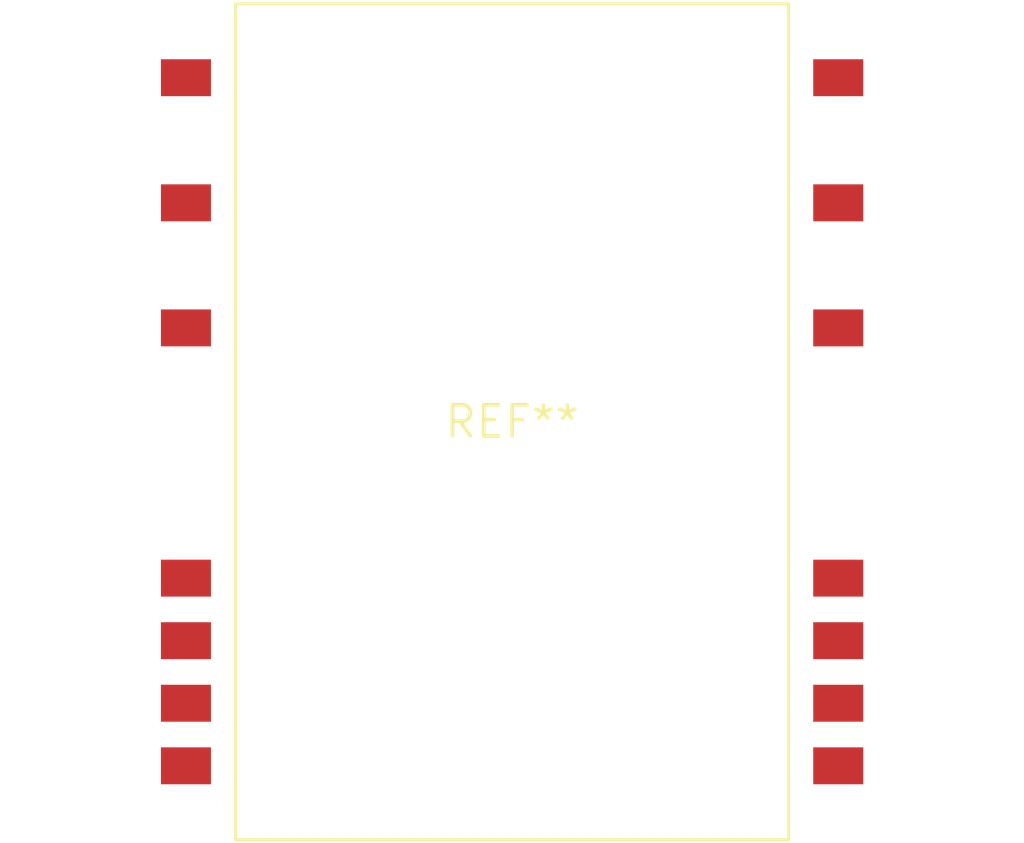
<source format=kicad_pcb>
(kicad_pcb (version 20240108) (generator pcbnew)
  (layers (0 "F.Cu" signal) (31 "B.Cu" signal) (34 "B.Paste" user) (35 "F.Paste" user) (36 "B.SilkS" user "B.Silkscreen") (37 "F.SilkS" user "F.Silkscreen") (38 "B.Mask" user) (39 "F.Mask" user) (44 "Edge.Cuts" user))
  (net 0 "")
  (footprint "Converter_ACDC_MeanWell_IRM-02-xx_SMD" (layer "F.Cu") (at 0 0)
    (property "Reference" "REF**")
    (property "Value" "Converter_ACDC_MeanWell_IRM-02-xx_SMD")
    (fp_line (start -11.22 -16.97) (end 11.22 -16.97) (layer "F.SilkS") (stroke (width 0.12)))
    (fp_line (start -11.22 16.97) (end -11.22 -16.97) (layer "F.SilkS") (stroke (width 0.12)))
    (fp_line (start 11.22 -16.97) (end 11.22 16.97) (layer "F.SilkS") (stroke (width 0.12)))
    (fp_line (start 11.22 16.97) (end -11.22 16.97) (layer "F.SilkS") (stroke (width 0.12)))
    (pad "1" smd rect (at -13.235 -13.97 270) (size 1.5 2.03) (layers "F.Cu" "F.Paste" "F.Mask"))
    (pad "3" smd rect (at -13.235 -8.89 270) (size 1.5 2.03) (layers "F.Cu" "F.Paste" "F.Mask"))
    (pad "5" smd rect (at -13.235 -3.81 270) (size 1.5 2.03) (layers "F.Cu" "F.Paste" "F.Mask"))
    (pad "9" smd rect (at -13.235 6.35 270) (size 1.5 2.03) (layers "F.Cu" "F.Paste" "F.Mask"))
    (pad "10" smd rect (at -13.235 8.89 270) (size 1.5 2.03) (layers "F.Cu" "F.Paste" "F.Mask"))
    (pad "11" smd rect (at -13.235 11.43 270) (size 1.5 2.03) (layers "F.Cu" "F.Paste" "F.Mask"))
    (pad "12" smd rect (at -13.235 13.97 270) (size 1.5 2.03) (layers "F.Cu" "F.Paste" "F.Mask"))
    (pad "13" smd rect (at 13.235 13.97 270) (size 1.5 2.03) (layers "F.Cu" "F.Paste" "F.Mask"))
    (pad "14" smd rect (at 13.235 11.43 270) (size 1.5 2.03) (layers "F.Cu" "F.Paste" "F.Mask"))
    (pad "15" smd rect (at 13.235 8.89 270) (size 1.5 2.03) (layers "F.Cu" "F.Paste" "F.Mask"))
    (pad "16" smd rect (at 13.235 6.35 270) (size 1.5 2.03) (layers "F.Cu" "F.Paste" "F.Mask"))
    (pad "20" smd rect (at 13.235 -3.81 270) (size 1.5 2.03) (layers "F.Cu" "F.Paste" "F.Mask"))
    (pad "22" smd rect (at 13.235 -8.89 270) (size 1.5 2.03) (layers "F.Cu" "F.Paste" "F.Mask"))
    (pad "24" smd rect (at 13.235 -13.97 270) (size 1.5 2.03) (layers "F.Cu" "F.Paste" "F.Mask"))
  )
)
</source>
